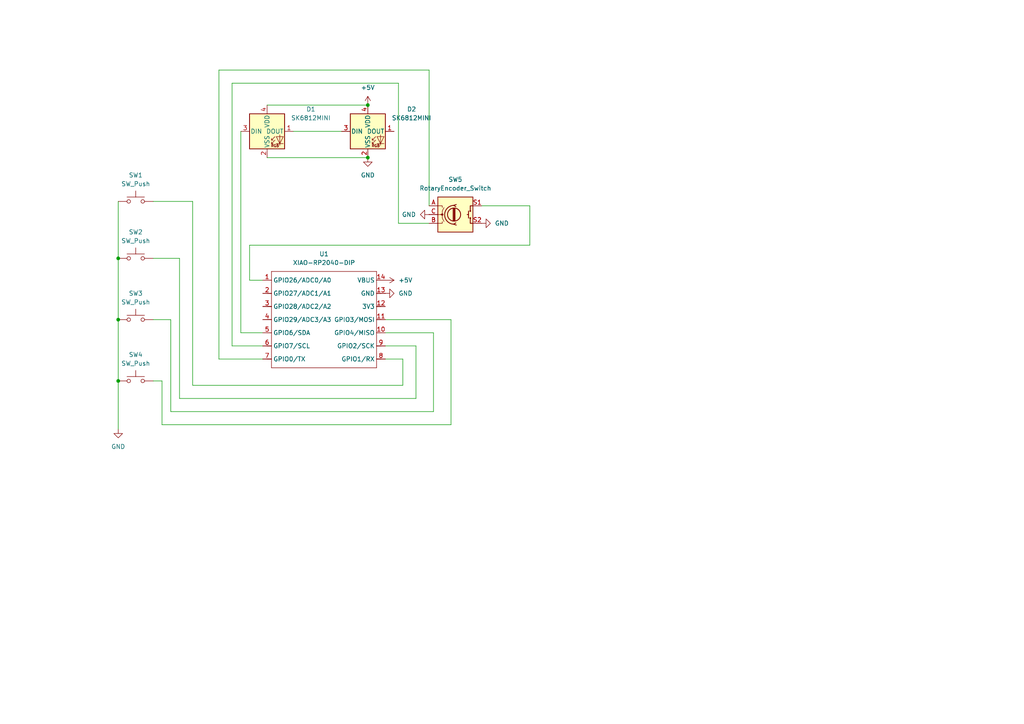
<source format=kicad_sch>
(kicad_sch (version 20250114) (generator "eeschema") (generator_version "9.0")
  (paper "A4")
  (lib_symbols
    (symbol "Device:RotaryEncoder_Switch" (pin_names (offset 0.254) (hide yes))
      (property "Reference" "SW" (at 0 6.604 0))
      (property "Value" "RotaryEncoder_Switch" (at 0 -6.604 0))
      (symbol "RotaryEncoder_Switch_0_1"
        (rectangle (start -5.08 5.08) (end 5.08 -5.08) (stroke (width 0.254)) (fill (type background)))
        (polyline (pts (xy -5.08 2.54) (xy -3.81 2.54) (xy -3.81 2.032)))
        (polyline (pts (xy -5.08 0) (xy -3.81 0) (xy -3.81 -1.016) (xy -3.302 -2.032)))
        (polyline (pts (xy -5.08 -2.54) (xy -3.81 -2.54) (xy -3.81 -2.032)))
        (polyline (pts (xy -4.318 0) (xy -3.81 0) (xy -3.81 1.016) (xy -3.302 2.032)))
        (circle (center -3.81 0) (radius 0.254) (fill (type outline)))
        (polyline (pts (xy -0.635 -1.778) (xy -0.635 1.778)) (stroke (width 0.254)))
        (circle (center -0.381 0) (radius 1.905) (stroke (width 0.254)))
        (polyline (pts (xy -0.381 -1.778) (xy -0.381 1.778)) (stroke (width 0.254)))
        (arc (start -0.381 -2.794) (mid -3.0988 -0.0635) (end -0.381 2.667) (stroke (width 0.254)))
        (polyline (pts (xy -0.127 1.778) (xy -0.127 -1.778)) (stroke (width 0.254)))
        (polyline (pts (xy 0.254 2.921) (xy -0.508 2.667) (xy 0.127 2.286)) (stroke (width 0.254)))
        (polyline (pts (xy 0.254 -3.048) (xy -0.508 -2.794) (xy 0.127 -2.413)) (stroke (width 0.254)))
        (polyline (pts (xy 3.81 1.016) (xy 3.81 -1.016)) (stroke (width 0.254)))
        (polyline (pts (xy 3.81 0) (xy 3.429 0)) (stroke (width 0.254)))
        (circle (center 4.318 1.016) (radius 0.127) (stroke (width 0.254)))
        (circle (center 4.318 -1.016) (radius 0.127) (stroke (width 0.254)))
        (polyline (pts (xy 5.08 2.54) (xy 4.318 2.54) (xy 4.318 1.016)) (stroke (width 0.254)))
        (polyline (pts (xy 5.08 -2.54) (xy 4.318 -2.54) (xy 4.318 -1.016)) (stroke (width 0.254)))
      )
      (symbol "RotaryEncoder_Switch_1_1"
        (pin passive line (at -7.62 2.54 0) (length 2.54) (name "A") (number "A"))
        (pin passive line (at -7.62 0 0) (length 2.54) (name "C") (number "C"))
        (pin passive line (at -7.62 -2.54 0) (length 2.54) (name "B") (number "B"))
        (pin passive line (at 7.62 2.54 180) (length 2.54) (name "S1") (number "S1"))
        (pin passive line (at 7.62 -2.54 180) (length 2.54) (name "S2") (number "S2"))
      )
    )
    (symbol "LED:SK6812MINI" (pin_names (offset 0.254))
      (property "Reference" "D" (at 5.08 5.715 0))
      (property "Value" "SK6812MINI" (at 1.27 -5.715 0))
      (symbol "SK6812MINI_0_0"
        (text "RGB" (at 2.286 -4.191 0) (effects (font (size 0.762 0.762))))
      )
      (symbol "SK6812MINI_0_1"
        (polyline (pts (xy 1.27 -2.54) (xy 1.778 -2.54)))
        (polyline (pts (xy 1.27 -3.556) (xy 1.778 -3.556)))
        (polyline (pts (xy 2.286 -1.524) (xy 1.27 -2.54) (xy 1.27 -2.032)))
        (polyline (pts (xy 2.286 -2.54) (xy 1.27 -3.556) (xy 1.27 -3.048)))
        (polyline (pts (xy 3.683 -1.016) (xy 3.683 -3.556) (xy 3.683 -4.064)))
        (polyline (pts (xy 4.699 -1.524) (xy 2.667 -1.524) (xy 3.683 -3.556) (xy 4.699 -1.524)))
        (polyline (pts (xy 4.699 -3.556) (xy 2.667 -3.556)))
        (rectangle (start 5.08 5.08) (end -5.08 -5.08) (stroke (width 0.254)) (fill (type background)))
      )
      (symbol "SK6812MINI_1_1"
        (pin input line (at -7.62 0 0) (length 2.54) (name "DIN") (number "3"))
        (pin power_in line (at 0 7.62 270) (length 2.54) (name "VDD") (number "4"))
        (pin power_in line (at 0 -7.62 90) (length 2.54) (name "VSS") (number "2"))
        (pin output line (at 7.62 0 180) (length 2.54) (name "DOUT") (number "1"))
      )
    )
    (symbol "OPL:XIAO-RP2040-DIP"
      (property "Reference" "U" (at 0 0 0))
      (property "Value" "XIAO-RP2040-DIP" (at 5.334 -1.778 0))
      (symbol "XIAO-RP2040-DIP_1_0"
        (polyline (pts (xy -1.27 -2.54) (xy 29.21 -2.54)) (stroke (width 0.1524)))
        (polyline (pts (xy -1.27 -5.08) (xy -2.54 -5.08)) (stroke (width 0.1524)))
        (polyline (pts (xy -1.27 -5.08) (xy -1.27 -2.54)) (stroke (width 0.1524)))
        (polyline (pts (xy -1.27 -8.89) (xy -2.54 -8.89)) (stroke (width 0.1524)))
        (polyline (pts (xy -1.27 -8.89) (xy -1.27 -5.08)) (stroke (width 0.1524)))
        (polyline (pts (xy -1.27 -12.7) (xy -2.54 -12.7)) (stroke (width 0.1524)))
        (polyline (pts (xy -1.27 -12.7) (xy -1.27 -8.89)) (stroke (width 0.1524)))
        (polyline (pts (xy -1.27 -16.51) (xy -2.54 -16.51)) (stroke (width 0.1524)))
        (polyline (pts (xy -1.27 -16.51) (xy -1.27 -12.7)) (stroke (width 0.1524)))
        (polyline (pts (xy -1.27 -20.32) (xy -2.54 -20.32)) (stroke (width 0.1524)))
        (polyline (pts (xy -1.27 -24.13) (xy -2.54 -24.13)) (stroke (width 0.1524)))
        (polyline (pts (xy -1.27 -27.94) (xy -2.54 -27.94)) (stroke (width 0.1524)))
        (polyline (pts (xy -1.27 -30.48) (xy -1.27 -16.51)) (stroke (width 0.1524)))
        (polyline (pts (xy 29.21 -2.54) (xy 29.21 -5.08)) (stroke (width 0.1524)))
        (polyline (pts (xy 29.21 -5.08) (xy 29.21 -8.89)) (stroke (width 0.1524)))
        (polyline (pts (xy 29.21 -8.89) (xy 29.21 -12.7)) (stroke (width 0.1524)))
        (polyline (pts (xy 29.21 -12.7) (xy 29.21 -30.48)) (stroke (width 0.1524)))
        (polyline (pts (xy 29.21 -30.48) (xy -1.27 -30.48)) (stroke (width 0.1524)))
        (polyline (pts (xy 30.48 -5.08) (xy 29.21 -5.08)) (stroke (width 0.1524)))
        (polyline (pts (xy 30.48 -8.89) (xy 29.21 -8.89)) (stroke (width 0.1524)))
        (polyline (pts (xy 30.48 -12.7) (xy 29.21 -12.7)) (stroke (width 0.1524)))
        (polyline (pts (xy 30.48 -16.51) (xy 29.21 -16.51)) (stroke (width 0.1524)))
        (polyline (pts (xy 30.48 -20.32) (xy 29.21 -20.32)) (stroke (width 0.1524)))
        (polyline (pts (xy 30.48 -24.13) (xy 29.21 -24.13)) (stroke (width 0.1524)))
        (polyline (pts (xy 30.48 -27.94) (xy 29.21 -27.94)) (stroke (width 0.1524)))
        (pin passive line (at -3.81 -5.08 0) (length 2.54) (name "GPIO26/ADC0/A0") (number "1"))
        (pin passive line (at -3.81 -8.89 0) (length 2.54) (name "GPIO27/ADC1/A1") (number "2"))
        (pin passive line (at -3.81 -12.7 0) (length 2.54) (name "GPIO28/ADC2/A2") (number "3"))
        (pin passive line (at -3.81 -16.51 0) (length 2.54) (name "GPIO29/ADC3/A3") (number "4"))
        (pin passive line (at -3.81 -20.32 0) (length 2.54) (name "GPIO6/SDA") (number "5"))
        (pin passive line (at -3.81 -24.13 0) (length 2.54) (name "GPIO7/SCL") (number "6"))
        (pin passive line (at -3.81 -27.94 0) (length 2.54) (name "GPIO0/TX") (number "7"))
        (pin passive line (at 31.75 -5.08 180) (length 2.54) (name "VBUS") (number "14"))
        (pin passive line (at 31.75 -8.89 180) (length 2.54) (name "GND") (number "13"))
        (pin passive line (at 31.75 -12.7 180) (length 2.54) (name "3V3") (number "12"))
        (pin passive line (at 31.75 -16.51 180) (length 2.54) (name "GPIO3/MOSI") (number "11"))
        (pin passive line (at 31.75 -20.32 180) (length 2.54) (name "GPIO4/MISO") (number "10"))
        (pin passive line (at 31.75 -24.13 180) (length 2.54) (name "GPIO2/SCK") (number "9"))
        (pin passive line (at 31.75 -27.94 180) (length 2.54) (name "GPIO1/RX") (number "8"))
      )
    )
    (symbol "Switch:SW_Push" (pin_numbers (hide yes)) (pin_names (offset 1.016) (hide yes))
      (property "Reference" "SW" (at 1.27 2.54 0))
      (property "Value" "SW_Push" (at 0 -1.524 0))
      (symbol "SW_Push_0_1"
        (circle (center -2.032 0) (radius 0.508))
        (polyline (pts (xy 0 1.27) (xy 0 3.048)))
        (circle (center 2.032 0) (radius 0.508))
        (polyline (pts (xy 2.54 1.27) (xy -2.54 1.27)))
        (pin passive line (at -5.08 0 0) (length 2.54) (name "1") (number "1"))
        (pin passive line (at 5.08 0 180) (length 2.54) (name "2") (number "2"))
      )
    )
    (symbol "power:+5V" (power) (pin_numbers (hide yes)) (pin_names (offset 0) (hide yes))
      (property "Value" "+5V" (at 0 3.556 0))
      (symbol "+5V_0_1"
        (polyline (pts (xy -0.762 1.27) (xy 0 2.54)))
        (polyline (pts (xy 0 2.54) (xy 0.762 1.27)))
        (polyline (pts (xy 0 0) (xy 0 2.54)))
      )
      (symbol "+5V_1_1"
        (pin power_in line (at 0 0 90) (length 0) (name "~") (number "1"))
      )
    )
    (symbol "power:GND" (power) (pin_numbers (hide yes)) (pin_names (offset 0) (hide yes))
      (property "Value" "GND" (at 0 -3.81 0))
      (symbol "GND_0_1"
        (polyline (pts (xy 0 0) (xy 0 -1.27) (xy 1.27 -1.27) (xy 0 -2.54) (xy -1.27 -1.27) (xy 0 -1.27)))
      )
      (symbol "GND_1_1"
        (pin power_in line (at 0 0 270) (length 0) (name "~") (number "1"))
      )
    )
  )
  (junction (at 106.68 30.48))
  (junction (at 34.29 110.49))
  (junction (at 34.29 74.93))
  (junction (at 106.68 45.72))
  (junction (at 34.29 92.71))
  (wire (pts (xy 67.31 24.13) (xy 67.31 100.33)))
  (wire (pts (xy 69.85 96.52) (xy 76.2 96.52)))
  (wire (pts (xy 46.99 123.19) (xy 130.81 123.19)))
  (wire (pts (xy 34.29 58.42) (xy 34.29 74.93)))
  (wire (pts (xy 153.67 71.12) (xy 72.39 71.12)))
  (wire (pts (xy 34.29 92.71) (xy 34.29 110.49)))
  (wire (pts (xy 63.5 104.14) (xy 76.2 104.14)))
  (wire (pts (xy 77.47 45.72) (xy 106.68 45.72)))
  (wire (pts (xy 125.73 119.38) (xy 125.73 96.52)))
  (wire (pts (xy 55.88 58.42) (xy 55.88 111.76)))
  (wire (pts (xy 120.65 100.33) (xy 111.76 100.33)))
  (wire (pts (xy 72.39 71.12) (xy 72.39 81.28)))
  (wire (pts (xy 130.81 92.71) (xy 111.76 92.71)))
  (wire (pts (xy 52.07 115.57) (xy 120.65 115.57)))
  (wire (pts (xy 153.67 59.69) (xy 153.67 71.12)))
  (wire (pts (xy 115.57 24.13) (xy 115.57 64.77)))
  (wire (pts (xy 63.5 20.32) (xy 124.46 20.32)))
  (wire (pts (xy 34.29 110.49) (xy 34.29 124.46)))
  (wire (pts (xy 124.46 20.32) (xy 124.46 59.69)))
  (wire (pts (xy 120.65 115.57) (xy 120.65 100.33)))
  (wire (pts (xy 72.39 81.28) (xy 76.2 81.28)))
  (wire (pts (xy 44.45 92.71) (xy 49.53 92.71)))
  (wire (pts (xy 69.85 38.1) (xy 69.85 96.52)))
  (wire (pts (xy 116.84 111.76) (xy 116.84 104.14)))
  (wire (pts (xy 130.81 123.19) (xy 130.81 92.71)))
  (wire (pts (xy 85.09 38.1) (xy 99.06 38.1)))
  (wire (pts (xy 124.46 64.77) (xy 115.57 64.77)))
  (wire (pts (xy 49.53 119.38) (xy 125.73 119.38)))
  (wire (pts (xy 44.45 58.42) (xy 55.88 58.42)))
  (wire (pts (xy 63.5 20.32) (xy 63.5 104.14)))
  (wire (pts (xy 77.47 30.48) (xy 106.68 30.48)))
  (wire (pts (xy 125.73 96.52) (xy 111.76 96.52)))
  (wire (pts (xy 44.45 74.93) (xy 52.07 74.93)))
  (wire (pts (xy 55.88 111.76) (xy 116.84 111.76)))
  (wire (pts (xy 46.99 110.49) (xy 46.99 123.19)))
  (wire (pts (xy 67.31 24.13) (xy 115.57 24.13)))
  (wire (pts (xy 67.31 100.33) (xy 76.2 100.33)))
  (wire (pts (xy 116.84 104.14) (xy 111.76 104.14)))
  (wire (pts (xy 49.53 92.71) (xy 49.53 119.38)))
  (wire (pts (xy 139.7 59.69) (xy 153.67 59.69)))
  (wire (pts (xy 34.29 74.93) (xy 34.29 92.71)))
  (wire (pts (xy 52.07 74.93) (xy 52.07 115.57)))
  (wire (pts (xy 44.45 110.49) (xy 46.99 110.49)))
  (symbol (lib_id "LED:SK6812MINI") (at 77.47 38.1 0) (unit 1)
    (property "Reference" "D1" (at 90.17 31.6798 0))
    (property "Value" "SK6812MINI" (at 90.17 34.2198 0))
    (property "Footprint" "LED_SMD:LED_SK6812MINI_PLCC4_3.5x3.5mm_P1.75mm" (effects (hide yes)))
    (property "Datasheet" "https://cdn-shop.adafruit.com/product-files/2686/SK6812MINI_REV.01-1-2.pdf" (effects (hide yes)))
    (property "Description" "RGB LED with integrated controller" (effects (hide yes)))
  )
  (symbol (lib_id "power:+5V") (at 106.68 30.48 0) (unit 1)
    (property "Reference" "#PWR01" (effects (hide yes)))
    (property "Value" "+5V" (at 106.68 25.4 0))
    (property "Description" "Power symbol creates a global label with name \"+5V\"" (effects (hide yes)))
  )
  (symbol (lib_id "Switch:SW_Push") (at 39.37 74.93 0) (unit 1)
    (property "Reference" "SW2" (at 39.37 67.31 0))
    (property "Value" "SW_Push" (at 39.37 69.85 0))
    (property "Footprint" "Button_Switch_Keyboard:SW_Cherry_MX_1.00u_PCB" (effects (hide yes)))
    (property "Description" "Push button switch, generic, two pins" (effects (hide yes)))
  )
  (symbol (lib_id "power:GND") (at 111.76 85.09 90) (unit 1)
    (property "Reference" "#PWR04" (effects (hide yes)))
    (property "Value" "GND" (at 115.57 85.0899 90) (effects (justify right)))
    (property "Description" "Power symbol creates a global label with name \"GND\" , ground" (effects (hide yes)))
  )
  (symbol (lib_id "Device:RotaryEncoder_Switch") (at 132.08 62.23 0) (unit 1)
    (property "Reference" "SW5" (at 132.08 52.07 0))
    (property "Value" "RotaryEncoder_Switch" (at 132.08 54.61 0))
    (property "Footprint" "Rotary_Encoder:RotaryEncoder_Alps_EC11E-Switch_Vertical_H20mm" (effects (hide yes)))
    (property "Description" "Rotary encoder, dual channel, incremental quadrate outputs, with switch" (effects (hide yes)))
  )
  (symbol (lib_id "OPL:XIAO-RP2040-DIP") (at 80.01 76.2 0) (unit 1)
    (property "Reference" "U1" (at 93.98 73.66 0))
    (property "Value" "XIAO-RP2040-DIP" (at 93.98 76.2 0))
    (property "Footprint" "OPL:XIAO-RP2040-DIP" (effects (hide yes)))
  )
  (symbol (lib_id "LED:SK6812MINI") (at 106.68 38.1 0) (unit 1)
    (property "Reference" "D2" (at 119.38 31.6798 0))
    (property "Value" "SK6812MINI" (at 119.38 34.2198 0))
    (property "Footprint" "LED_SMD:LED_SK6812MINI_PLCC4_3.5x3.5mm_P1.75mm" (effects (hide yes)))
    (property "Datasheet" "https://cdn-shop.adafruit.com/product-files/2686/SK6812MINI_REV.01-1-2.pdf" (effects (hide yes)))
    (property "Description" "RGB LED with integrated controller" (effects (hide yes)))
  )
  (symbol (lib_id "power:GND") (at 106.68 45.72 0) (unit 1)
    (property "Reference" "#PWR03" (effects (hide yes)))
    (property "Value" "GND" (at 106.68 50.8 0))
    (property "Description" "Power symbol creates a global label with name \"GND\" , ground" (effects (hide yes)))
  )
  (symbol (lib_id "power:+5V") (at 111.76 81.28 270) (unit 1)
    (property "Reference" "#PWR02" (effects (hide yes)))
    (property "Value" "+5V" (at 115.57 81.2799 90) (effects (justify left)))
    (property "Description" "Power symbol creates a global label with name \"+5V\"" (effects (hide yes)))
  )
  (symbol (lib_id "Switch:SW_Push") (at 39.37 92.71 0) (unit 1)
    (property "Reference" "SW3" (at 39.37 85.09 0))
    (property "Value" "SW_Push" (at 39.37 87.63 0))
    (property "Footprint" "Button_Switch_Keyboard:SW_Cherry_MX_1.00u_PCB" (effects (hide yes)))
    (property "Description" "Push button switch, generic, two pins" (effects (hide yes)))
  )
  (symbol (lib_id "power:GND") (at 139.7 64.77 90) (unit 1)
    (property "Reference" "#PWR07" (effects (hide yes)))
    (property "Value" "GND" (at 143.51 64.7699 90) (effects (justify right)))
    (property "Description" "Power symbol creates a global label with name \"GND\" , ground" (effects (hide yes)))
  )
  (symbol (lib_id "power:GND") (at 34.29 124.46 0) (unit 1)
    (property "Reference" "#PWR05" (effects (hide yes)))
    (property "Value" "GND" (at 34.29 129.54 0))
    (property "Description" "Power symbol creates a global label with name \"GND\" , ground" (effects (hide yes)))
  )
  (symbol (lib_id "power:GND") (at 124.46 62.23 270) (unit 1)
    (property "Reference" "#PWR06" (effects (hide yes)))
    (property "Value" "GND" (at 120.65 62.2299 90) (effects (justify right)))
    (property "Description" "Power symbol creates a global label with name \"GND\" , ground" (effects (hide yes)))
  )
  (symbol (lib_id "Switch:SW_Push") (at 39.37 58.42 0) (unit 1)
    (property "Reference" "SW1" (at 39.37 50.8 0))
    (property "Value" "SW_Push" (at 39.37 53.34 0))
    (property "Footprint" "Button_Switch_Keyboard:SW_Cherry_MX_1.00u_PCB" (effects (hide yes)))
    (property "Description" "Push button switch, generic, two pins" (effects (hide yes)))
  )
  (symbol (lib_id "Switch:SW_Push") (at 39.37 110.49 0) (unit 1)
    (property "Reference" "SW4" (at 39.37 102.87 0))
    (property "Value" "SW_Push" (at 39.37 105.41 0))
    (property "Footprint" "Button_Switch_Keyboard:SW_Cherry_MX_1.00u_PCB" (effects (hide yes)))
    (property "Description" "Push button switch, generic, two pins" (effects (hide yes)))
  )
)
</source>
